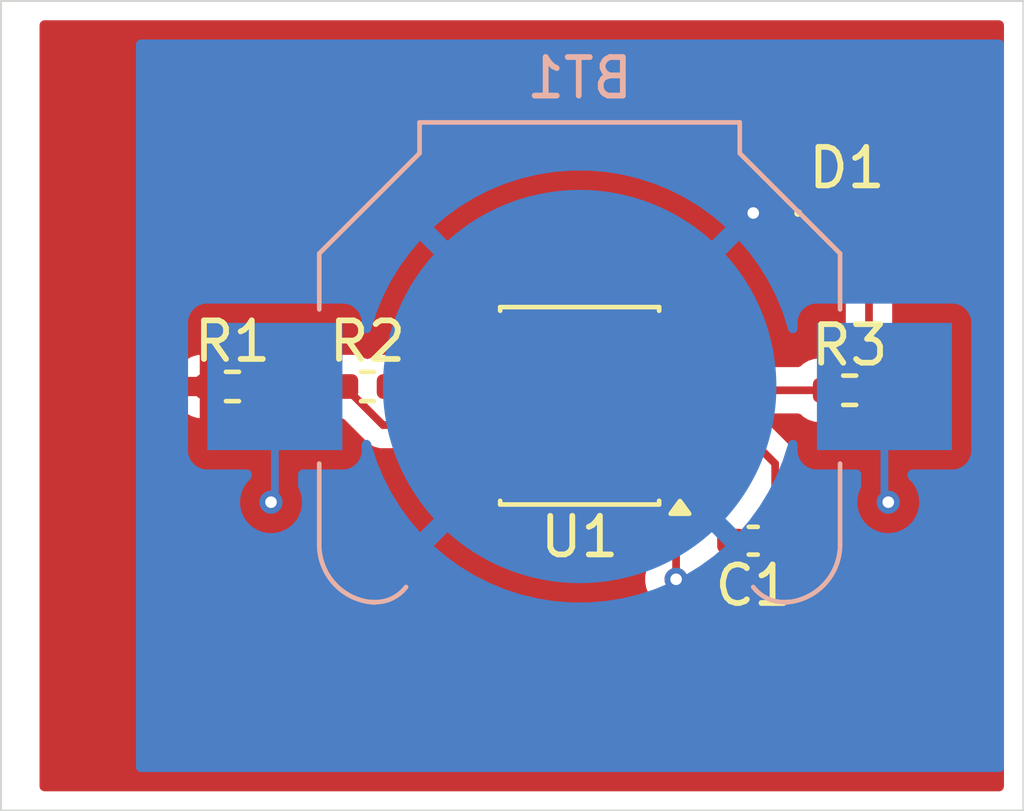
<source format=kicad_pcb>
(kicad_pcb (version 20241229) (generator "pcbnew") (generator_version "9.0")
  (layers (0 "F.Cu" signal) (2 "B.Cu" signal) (13 "F.Paste" user) (15 "B.Paste" user) (5 "F.SilkS" user "F.Silkscreen") (7 "B.SilkS" user "B.Silkscreen") (1 "F.Mask" user) (3 "B.Mask" user) (25 "Edge.Cuts" user))
  (net 0 "")
  (net 1 "GND")
  (net 2 "VCC")
  (net 3 "Net-(U1-THR)")
  (net 4 "Net-(D1-A)")
  (net 5 "Net-(U1-DIS)")
  (net 6 "Net-(U1-Q)")
  (footprint "LED_SMD:LED_0402_1005Metric_Pad0.77x0.64mm_HandSolder" (layer "F.Cu") (at 102.4275 94)
    (property "Reference" "D1" (at 0 -1.17 0) (layer "F.SilkS"))
    (property "Value" "LED")
    (fp_circle (center -1.265 0) (end -1.215 0) (stroke (width 0.1)) (fill no) (layer "F.SilkS"))
    (pad "1" smd roundrect (at -0.5725 0) (size 0.765 0.64) (layers "F.Cu" "F.Mask" "F.Paste") (net 1 "GND"))
    (pad "2" smd roundrect (at 0.5725 0) (size 0.765 0.64) (layers "F.Cu" "F.Mask" "F.Paste") (net 4 "Net-(D1-A)"))
  )
  (footprint "Capacitor_SMD:C_0402_1005Metric_Pad0.74x0.62mm_HandSolder" (layer "F.Cu") (at 100 102.5 180)
    (property "Reference" "C1" (at 0 -1.16 0) (layer "F.SilkS"))
    (property "Value" "1µf")
    (fp_line (start -0.115835 0.36) (end 0.115835 0.36) (stroke (width 0.12)) (layer "F.SilkS"))
    (fp_line (start -0.115835 -0.36) (end 0.115835 -0.36) (stroke (width 0.12)) (layer "F.SilkS"))
    (pad "1" smd roundrect (at -0.5675 0 180) (size 0.735 0.62) (layers "F.Cu" "F.Mask" "F.Paste") (net 3 "Net-(U1-THR)"))
    (pad "2" smd roundrect (at 0.5675 0 180) (size 0.735 0.62) (layers "F.Cu" "F.Mask" "F.Paste") (net 1 "GND"))
  )
  (footprint "Package_SO:SOIC-8_3.9x4.9mm_P1.27mm" (layer "F.Cu") (at 95.5 99 180)
    (property "Reference" "U1" (at 0 -3.4 0) (layer "F.SilkS"))
    (property "Value" "NA555D")
    (fp_line (start 2.06 2.56) (end -2.06 2.56) (stroke (width 0.12)) (layer "F.SilkS"))
    (fp_line (start 2.06 2.465) (end 2.06 2.56) (stroke (width 0.12)) (layer "F.SilkS"))
    (fp_line (start 2.06 -2.56) (end 2.06 -2.465) (stroke (width 0.12)) (layer "F.SilkS"))
    (fp_line (start -2.06 2.56) (end -2.06 2.465) (stroke (width 0.12)) (layer "F.SilkS"))
    (fp_line (start -2.06 -2.465) (end -2.06 -2.56) (stroke (width 0.12)) (layer "F.SilkS"))
    (fp_line (start -2.06 -2.56) (end 2.06 -2.56) (stroke (width 0.12)) (layer "F.SilkS"))
    (fp_poly (pts (xy -2.6 -2.47) (xy -2.84 -2.8) (xy -2.36 -2.8)) (stroke (width 0.12)) (fill yes) (layer "F.SilkS"))
    (pad "1" smd roundrect (at -2.475 -1.905 180) (size 1.95 0.6) (layers "F.Cu" "F.Mask" "F.Paste") (net 1 "GND"))
    (pad "2" smd roundrect (at -2.475 -0.635 180) (size 1.95 0.6) (layers "F.Cu" "F.Mask" "F.Paste") (net 3 "Net-(U1-THR)"))
    (pad "3" smd roundrect (at -2.475 0.635 180) (size 1.95 0.6) (layers "F.Cu" "F.Mask" "F.Paste") (net 6 "Net-(U1-Q)"))
    (pad "4" smd roundrect (at -2.475 1.905 180) (size 1.95 0.6) (layers "F.Cu" "F.Mask" "F.Paste") (net 2 "VCC"))
    (pad "5" smd roundrect (at 2.475 1.905 180) (size 1.95 0.6) (layers "F.Cu" "F.Mask" "F.Paste"))
    (pad "6" smd roundrect (at 2.475 0.635 180) (size 1.95 0.6) (layers "F.Cu" "F.Mask" "F.Paste") (net 3 "Net-(U1-THR)"))
    (pad "7" smd roundrect (at 2.475 -0.635 180) (size 1.95 0.6) (layers "F.Cu" "F.Mask" "F.Paste") (net 5 "Net-(U1-DIS)"))
    (pad "8" smd roundrect (at 2.475 -1.905 180) (size 1.95 0.6) (layers "F.Cu" "F.Mask" "F.Paste") (net 2 "VCC"))
  )
  (footprint "Resistor_SMD:R_0402_1005Metric_Pad0.72x0.64mm_HandSolder" (layer "F.Cu") (at 86.5 98.5)
    (property "Reference" "R1" (at 0 -1.17 0) (layer "F.SilkS"))
    (property "Value" "1K")
    (fp_line (start -0.167621 -0.38) (end 0.167621 -0.38) (stroke (width 0.12)) (layer "F.SilkS"))
    (fp_line (start -0.167621 0.38) (end 0.167621 0.38) (stroke (width 0.12)) (layer "F.SilkS"))
    (pad "1" smd roundrect (at -0.5975 0) (size 0.715 0.64) (layers "F.Cu" "F.Mask" "F.Paste") (net 2 "VCC"))
    (pad "2" smd roundrect (at 0.5975 0) (size 0.715 0.64) (layers "F.Cu" "F.Mask" "F.Paste") (net 5 "Net-(U1-DIS)"))
  )
  (footprint "Resistor_SMD:R_0402_1005Metric_Pad0.72x0.64mm_HandSolder" (layer "F.Cu") (at 102.5 98.5975)
    (property "Reference" "R3" (at 0 -1.17 0) (layer "F.SilkS"))
    (property "Value" "1K")
    (fp_line (start -0.167621 -0.38) (end 0.167621 -0.38) (stroke (width 0.12)) (layer "F.SilkS"))
    (fp_line (start -0.167621 0.38) (end 0.167621 0.38) (stroke (width 0.12)) (layer "F.SilkS"))
    (pad "1" smd roundrect (at -0.5975 0) (size 0.715 0.64) (layers "F.Cu" "F.Mask" "F.Paste") (net 6 "Net-(U1-Q)"))
    (pad "2" smd roundrect (at 0.5975 0) (size 0.715 0.64) (layers "F.Cu" "F.Mask" "F.Paste") (net 4 "Net-(D1-A)"))
  )
  (footprint "Resistor_SMD:R_0402_1005Metric_Pad0.72x0.64mm_HandSolder" (layer "F.Cu") (at 90 98.5)
    (property "Reference" "R2" (at 0 -1.17 0) (layer "F.SilkS"))
    (property "Value" "470K")
    (fp_line (start -0.167621 -0.38) (end 0.167621 -0.38) (stroke (width 0.12)) (layer "F.SilkS"))
    (fp_line (start -0.167621 0.38) (end 0.167621 0.38) (stroke (width 0.12)) (layer "F.SilkS"))
    (pad "1" smd roundrect (at -0.5975 0) (size 0.715 0.64) (layers "F.Cu" "F.Mask" "F.Paste") (net 5 "Net-(U1-DIS)"))
    (pad "2" smd roundrect (at 0.5975 0) (size 0.715 0.64) (layers "F.Cu" "F.Mask" "F.Paste") (net 3 "Net-(U1-THR)"))
  )
  (footprint "Battery:BatteryHolder_Keystone_3000_1x12mm" (layer "B.Cu") (at 95.5 98.5 180)
    (property "Reference" "BT1" (at 0 8 0) (layer "B.SilkS") (effects (justify mirror)))
    (property "Value" "Battery_Cell")
    (fp_line (start 6.75 3.45) (end 6.75 2) (stroke (width 0.12)) (layer "B.SilkS"))
    (fp_line (start 6.75 -2) (end 6.75 -4.1) (stroke (width 0.12)) (layer "B.SilkS"))
    (fp_line (start 4.15 6.85) (end 4.15 6.05) (stroke (width 0.12)) (layer "B.SilkS"))
    (fp_line (start 4.15 6.05) (end 6.75 3.45) (stroke (width 0.12)) (layer "B.SilkS"))
    (fp_line (start -4.15 6.85) (end 4.15 6.85) (stroke (width 0.12)) (layer "B.SilkS"))
    (fp_line (start -4.15 6.05) (end -4.15 6.85) (stroke (width 0.12)) (layer "B.SilkS"))
    (fp_line (start -6.75 3.45) (end -4.15 6.05) (stroke (width 0.12)) (layer "B.SilkS"))
    (fp_line (start -6.75 2) (end -6.75 3.45) (stroke (width 0.12)) (layer "B.SilkS"))
    (fp_line (start -6.75 -2) (end -6.75 -4.1) (stroke (width 0.12)) (layer "B.SilkS"))
    (fp_arc (start 5.3 -5.6) (mid 6.346016 -5.125305) (end 6.75 -4.05) (stroke (width 0.12)) (layer "B.SilkS"))
    (fp_arc (start 4.5 -5.2) (mid 4.90584 -5.514615) (end 5.414615 -5.58416) (stroke (width 0.12)) (layer "B.SilkS"))
    (fp_arc (start -5.414615 -5.58416) (mid -4.90584 -5.514615) (end -4.5 -5.2) (stroke (width 0.12)) (layer "B.SilkS"))
    (fp_arc (start -6.75 -4.05) (mid -6.346016 -5.125305) (end -5.3 -5.6) (stroke (width 0.12)) (layer "B.SilkS"))
    (pad "1" smd rect (at -7.9 0 180) (size 3.5 3.3) (layers "B.Cu" "B.Mask" "B.Paste") (net 2 "VCC"))
    (pad "1" smd rect (at 7.9 0 180) (size 3.5 3.3) (layers "B.Cu" "B.Mask" "B.Paste") (net 2 "VCC"))
    (pad "2" smd circle (at 0 0 180) (size 10.2 10.2) (layers "B.Cu" "B.Mask") (net 1 "GND"))
  )
  (gr_rect (start 80.5 88.5) (end 107 109.5) (stroke (width 0.05)) (fill no) (layer "Edge.Cuts"))
  (segment (start 99.4325 102.3625) (end 97.975 100.905) (width 0.2) (layer "F.Cu") (net 1))
  (segment (start 99.4325 102.5) (end 99.4325 102.3625) (width 0.2) (layer "F.Cu") (net 1))
  (segment (start 101.855 94) (end 100 94) (width 0.2) (layer "F.Cu") (net 1))
  (segment (start 98 100.93) (end 97.975 100.905) (width 0.2) (layer "F.Cu") (net 1))
  (segment (start 98 103.5) (end 98 100.93) (width 0.2) (layer "F.Cu") (net 1))
  (via (at 98 103.5) (size 0.6) (drill 0.3) (layers "F.Cu" "B.Cu") (net 1))
  (via (at 100 94) (size 0.6) (drill 0.3) (layers "F.Cu" "B.Cu") (net 1))
  (via (at 103.5 101.5) (size 0.6) (drill 0.3) (layers "F.Cu" "B.Cu") (net 2))
  (via (at 87.5 101.5) (size 0.6) (drill 0.3) (layers "F.Cu" "B.Cu") (net 2))
  (segment (start 103.4 101.4) (end 103.5 101.5) (width 0.2) (layer "B.Cu") (net 2))
  (segment (start 87.6 98.5) (end 87.6 101.4) (width 0.2) (layer "B.Cu") (net 2))
  (segment (start 103.4 98.5) (end 103.4 101.4) (width 0.2) (layer "B.Cu") (net 2))
  (segment (start 87.6 101.4) (end 87.5 101.5) (width 0.2) (layer "B.Cu") (net 2))
  (segment (start 94.134999 98.5) (end 93.999999 98.365) (width 0.2) (layer "F.Cu") (net 3))
  (segment (start 100.5675 100.5) (end 100.5675 102.5) (width 0.2) (layer "F.Cu") (net 3))
  (segment (start 97.975 99.635) (end 99.7025 99.635) (width 0.2) (layer "F.Cu") (net 3))
  (segment (start 95 98.5) (end 94.134999 98.5) (width 0.2) (layer "F.Cu") (net 3))
  (segment (start 96.135 99.635) (end 95 98.5) (width 0.2) (layer "F.Cu") (net 3))
  (segment (start 93.999999 98.365) (end 93.025 98.365) (width 0.2) (layer "F.Cu") (net 3))
  (segment (start 97.975 99.635) (end 96.135 99.635) (width 0.2) (layer "F.Cu") (net 3))
  (segment (start 90.7325 98.365) (end 93.025 98.365) (width 0.2) (layer "F.Cu") (net 3))
  (segment (start 99.7025 99.635) (end 100.5675 100.5) (width 0.2) (layer "F.Cu") (net 3))
  (segment (start 90.5975 98.5) (end 90.7325 98.365) (width 0.2) (layer "F.Cu") (net 3))
  (segment (start 103 98.5) (end 103.0975 98.5975) (width 0.2) (layer "F.Cu") (net 4))
  (segment (start 103 94) (end 103 98.5) (width 0.2) (layer "F.Cu") (net 4))
  (segment (start 93.025 99.635) (end 92.89 99.5) (width 0.2) (layer "F.Cu") (net 5))
  (segment (start 87.0975 98.5) (end 89.4025 98.5) (width 0.2) (layer "F.Cu") (net 5))
  (segment (start 90.4025 99.5) (end 89.4025 98.5) (width 0.2) (layer "F.Cu") (net 5))
  (segment (start 92.89 99.5) (end 90.4025 99.5) (width 0.2) (layer "F.Cu") (net 5))
  (segment (start 98.2075 98.5975) (end 97.975 98.365) (width 0.2) (layer "F.Cu") (net 6))
  (segment (start 101.9025 98.5975) (end 98.2075 98.5975) (width 0.2) (layer "F.Cu") (net 6))
  (zone (net 2) (net_name "VCC") (layer "F.Cu") (name "GND") (priority 1) (connect_pads (clearance 0.5)) (min_thickness 0.25) (fill yes (thermal_gap 0.5) (thermal_bridge_width 0.5))
    (polygon (pts (xy 81.5 89) (xy 81.5 109) (xy 107 109) (xy 107 89)))
  )
  (zone (net 1) (net_name "GND") (layer "B.Cu") (name "GND") (connect_pads (clearance 0.5)) (min_thickness 0.25) (fill yes (thermal_gap 0.5) (thermal_bridge_width 0.5))
    (polygon (pts (xy 84 89.5) (xy 84 108.5) (xy 106.5 108.5) (xy 106.5 89.5)))
  )
)
</source>
